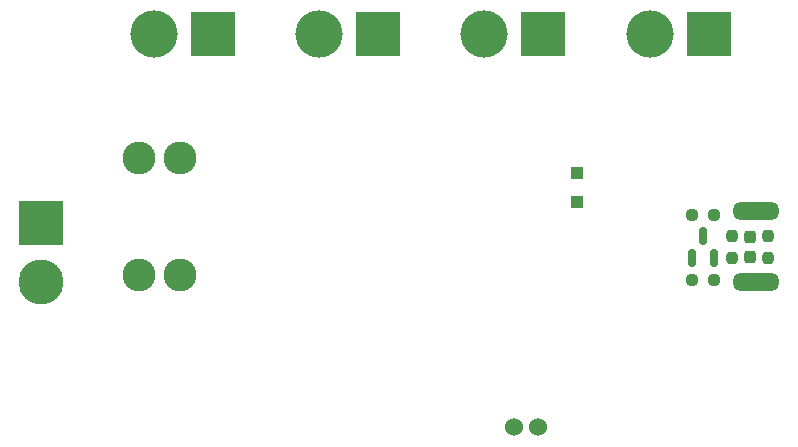
<source format=gbr>
%TF.GenerationSoftware,KiCad,Pcbnew,(6.0.11)*%
%TF.CreationDate,2024-02-08T00:56:39+09:00*%
%TF.ProjectId,SmallPW,536d616c-6c50-4572-9e6b-696361645f70,rev?*%
%TF.SameCoordinates,Original*%
%TF.FileFunction,Soldermask,Bot*%
%TF.FilePolarity,Negative*%
%FSLAX46Y46*%
G04 Gerber Fmt 4.6, Leading zero omitted, Abs format (unit mm)*
G04 Created by KiCad (PCBNEW (6.0.11)) date 2024-02-08 00:56:39*
%MOMM*%
%LPD*%
G01*
G04 APERTURE LIST*
G04 Aperture macros list*
%AMRoundRect*
0 Rectangle with rounded corners*
0 $1 Rounding radius*
0 $2 $3 $4 $5 $6 $7 $8 $9 X,Y pos of 4 corners*
0 Add a 4 corners polygon primitive as box body*
4,1,4,$2,$3,$4,$5,$6,$7,$8,$9,$2,$3,0*
0 Add four circle primitives for the rounded corners*
1,1,$1+$1,$2,$3*
1,1,$1+$1,$4,$5*
1,1,$1+$1,$6,$7*
1,1,$1+$1,$8,$9*
0 Add four rect primitives between the rounded corners*
20,1,$1+$1,$2,$3,$4,$5,0*
20,1,$1+$1,$4,$5,$6,$7,0*
20,1,$1+$1,$6,$7,$8,$9,0*
20,1,$1+$1,$8,$9,$2,$3,0*%
G04 Aperture macros list end*
%ADD10C,1.524000*%
%ADD11R,3.800000X3.800000*%
%ADD12C,3.800000*%
%ADD13C,4.000000*%
%ADD14O,4.000000X1.524000*%
%ADD15C,2.780000*%
%ADD16RoundRect,0.237500X-0.237500X0.300000X-0.237500X-0.300000X0.237500X-0.300000X0.237500X0.300000X0*%
%ADD17R,1.000000X1.000000*%
%ADD18RoundRect,0.237500X-0.237500X0.250000X-0.237500X-0.250000X0.237500X-0.250000X0.237500X0.250000X0*%
%ADD19RoundRect,0.150000X0.150000X-0.587500X0.150000X0.587500X-0.150000X0.587500X-0.150000X-0.587500X0*%
%ADD20RoundRect,0.237500X0.250000X0.237500X-0.250000X0.237500X-0.250000X-0.237500X0.250000X-0.237500X0*%
G04 APERTURE END LIST*
D10*
%TO.C,MES1*%
X140500000Y-85300000D03*
X138500000Y-85285000D03*
%TD*%
D11*
%TO.C,J1*%
X98500000Y-68000000D03*
D12*
X98500000Y-73000000D03*
%TD*%
D11*
%TO.C,J5*%
X155000000Y-52000000D03*
D13*
X150000000Y-52000000D03*
%TD*%
D11*
%TO.C,J4*%
X141000000Y-52000000D03*
D13*
X136000000Y-52000000D03*
%TD*%
D14*
%TO.C,SW1*%
X159000000Y-73000000D03*
X159000000Y-67000000D03*
%TD*%
D11*
%TO.C,J2*%
X113000000Y-52000000D03*
D13*
X108000000Y-52000000D03*
%TD*%
D15*
%TO.C,F1*%
X106800000Y-72420000D03*
X110200000Y-72420000D03*
X106800000Y-62500000D03*
X110200000Y-62500000D03*
%TD*%
D13*
%TO.C,J3*%
X122000000Y-52000000D03*
D11*
X127000000Y-52000000D03*
%TD*%
D16*
%TO.C,C1*%
X158500000Y-69187500D03*
X158500000Y-70912500D03*
%TD*%
D17*
%TO.C,D2*%
X143825000Y-63750000D03*
X143825000Y-66250000D03*
%TD*%
D18*
%TO.C,R2*%
X157000000Y-69137500D03*
X157000000Y-70962500D03*
%TD*%
D19*
%TO.C,Q2*%
X155450000Y-70987500D03*
X153550000Y-70987500D03*
X154500000Y-69112500D03*
%TD*%
D20*
%TO.C,R5*%
X155412500Y-72800000D03*
X153587500Y-72800000D03*
%TD*%
D18*
%TO.C,R1*%
X160000000Y-69137500D03*
X160000000Y-70962500D03*
%TD*%
D20*
%TO.C,R3*%
X155422501Y-67300000D03*
X153597501Y-67300000D03*
%TD*%
M02*

</source>
